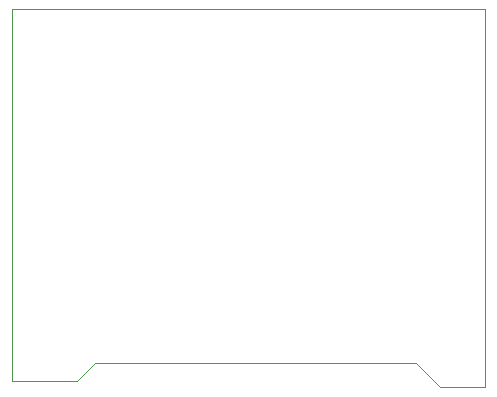
<source format=gbr>
G04 #@! TF.GenerationSoftware,KiCad,Pcbnew,5.1.2*
G04 #@! TF.CreationDate,2019-07-12T14:08:37+08:00*
G04 #@! TF.ProjectId,GPS,4750532e-6b69-4636-9164-5f7063625858,0.2*
G04 #@! TF.SameCoordinates,Original*
G04 #@! TF.FileFunction,Profile,NP*
%FSLAX46Y46*%
G04 Gerber Fmt 4.6, Leading zero omitted, Abs format (unit mm)*
G04 Created by KiCad (PCBNEW 5.1.2) date 2019-07-12 14:08:37*
%MOMM*%
%LPD*%
G04 APERTURE LIST*
%ADD10C,0.050000*%
G04 APERTURE END LIST*
D10*
X113030000Y-85090000D02*
X140208000Y-85090000D01*
X111506000Y-86614000D02*
X113030000Y-85090000D01*
X106045000Y-86614000D02*
X111506000Y-86614000D01*
X106045000Y-55118000D02*
X106045000Y-86614000D01*
X146050000Y-55118000D02*
X106045000Y-55118000D01*
X146050000Y-87122000D02*
X146050000Y-55118000D01*
X142240000Y-87122000D02*
X146050000Y-87122000D01*
X140208000Y-85090000D02*
X142240000Y-87122000D01*
M02*

</source>
